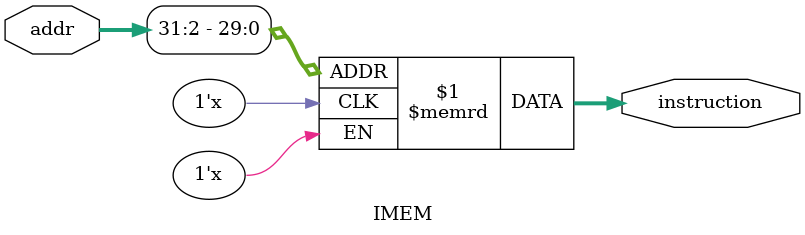
<source format=v>
module IMEM (
    input [31:0] addr,
    output [31:0] instruction
);
    reg [31:0] memory [0:255];
    assign instruction = memory[addr[31:2]];
endmodule


</source>
